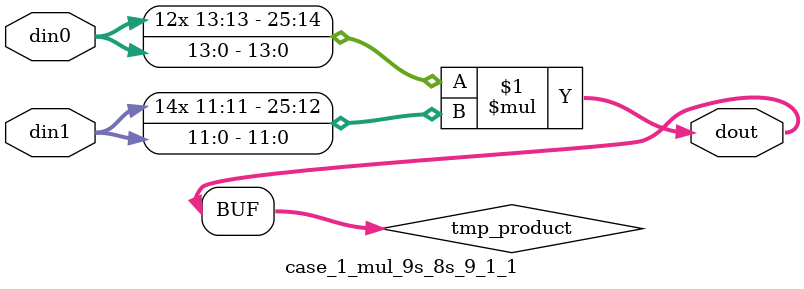
<source format=v>

`timescale 1 ns / 1 ps

 module case_1_mul_9s_8s_9_1_1(din0, din1, dout);
parameter ID = 1;
parameter NUM_STAGE = 0;
parameter din0_WIDTH = 14;
parameter din1_WIDTH = 12;
parameter dout_WIDTH = 26;

input [din0_WIDTH - 1 : 0] din0; 
input [din1_WIDTH - 1 : 0] din1; 
output [dout_WIDTH - 1 : 0] dout;

wire signed [dout_WIDTH - 1 : 0] tmp_product;



























assign tmp_product = $signed(din0) * $signed(din1);








assign dout = tmp_product;





















endmodule

</source>
